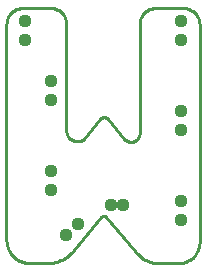
<source format=gbs>
G75*
%MOIN*%
%OFA0B0*%
%FSLAX24Y24*%
%IPPOS*%
%LPD*%
%AMOC8*
5,1,8,0,0,1.08239X$1,22.5*
%
%ADD10C,0.0100*%
%ADD11C,0.0437*%
D10*
X002517Y003317D02*
X002517Y010475D01*
X002519Y010520D01*
X002524Y010564D01*
X002534Y010608D01*
X002546Y010651D01*
X002563Y010692D01*
X002582Y010732D01*
X002605Y010771D01*
X002631Y010807D01*
X002660Y010841D01*
X002692Y010873D01*
X002726Y010902D01*
X002762Y010928D01*
X002801Y010951D01*
X002841Y010970D01*
X002882Y010987D01*
X002925Y010999D01*
X002969Y011009D01*
X003013Y011014D01*
X003058Y011016D01*
X003058Y011017D02*
X003997Y011017D01*
X004043Y011013D01*
X004088Y011004D01*
X004132Y010993D01*
X004175Y010977D01*
X004216Y010958D01*
X004256Y010936D01*
X004294Y010910D01*
X004329Y010882D01*
X004362Y010850D01*
X004393Y010816D01*
X004420Y010780D01*
X004444Y010741D01*
X004466Y010701D01*
X004483Y010659D01*
X004497Y010615D01*
X004508Y010571D01*
X004515Y010526D01*
X004518Y010480D01*
X004517Y010435D01*
X004517Y006954D01*
X004516Y006954D02*
X004515Y006918D01*
X004517Y006882D01*
X004523Y006847D01*
X004533Y006812D01*
X004546Y006779D01*
X004562Y006747D01*
X004582Y006717D01*
X004605Y006689D01*
X004630Y006663D01*
X004658Y006641D01*
X004688Y006621D01*
X004719Y006604D01*
X004753Y006591D01*
X004787Y006581D01*
X004823Y006575D01*
X004859Y006572D01*
X004895Y006573D01*
X004930Y006578D01*
X004965Y006586D01*
X004999Y006598D01*
X005032Y006614D01*
X005062Y006632D01*
X005091Y006654D01*
X005634Y007322D01*
X005654Y007340D01*
X005677Y007354D01*
X005701Y007365D01*
X005727Y007373D01*
X005754Y007377D01*
X005780Y007377D01*
X005807Y007373D01*
X005833Y007365D01*
X005857Y007354D01*
X005880Y007340D01*
X005900Y007322D01*
X005899Y007322D02*
X006452Y006644D01*
X006475Y006621D01*
X006500Y006601D01*
X006528Y006584D01*
X006557Y006571D01*
X006588Y006560D01*
X006620Y006554D01*
X006652Y006550D01*
X006684Y006551D01*
X006717Y006555D01*
X006748Y006562D01*
X006779Y006573D01*
X006808Y006588D01*
X006835Y006605D01*
X006860Y006626D01*
X006883Y006649D01*
X006903Y006674D01*
X006920Y006702D01*
X006933Y006731D01*
X006944Y006762D01*
X006950Y006794D01*
X006954Y006826D01*
X006954Y010488D01*
X006955Y010488D02*
X006957Y010532D01*
X006962Y010575D01*
X006971Y010618D01*
X006984Y010659D01*
X006999Y010700D01*
X007019Y010739D01*
X007041Y010777D01*
X007066Y010812D01*
X007095Y010846D01*
X007125Y010876D01*
X007159Y010905D01*
X007194Y010930D01*
X007232Y010952D01*
X007271Y010972D01*
X007312Y010987D01*
X007353Y011000D01*
X007396Y011009D01*
X007439Y011014D01*
X007483Y011016D01*
X007483Y011017D02*
X008426Y011017D01*
X008426Y011016D02*
X008472Y011012D01*
X008518Y011003D01*
X008563Y010991D01*
X008606Y010976D01*
X008648Y010956D01*
X008689Y010934D01*
X008727Y010908D01*
X008763Y010879D01*
X008797Y010847D01*
X008828Y010813D01*
X008855Y010776D01*
X008880Y010737D01*
X008902Y010696D01*
X008920Y010653D01*
X008934Y010609D01*
X008945Y010564D01*
X008952Y010518D01*
X008955Y010472D01*
X008954Y010426D01*
X008954Y003290D01*
X008306Y002517D02*
X007469Y002517D01*
X006811Y002910D02*
X005847Y004061D01*
X005848Y004062D02*
X005838Y004069D01*
X005827Y004075D01*
X005815Y004079D01*
X005803Y004080D01*
X005678Y004053D02*
X004762Y002950D01*
X004008Y002517D02*
X003255Y002517D01*
X003200Y002521D01*
X003146Y002529D01*
X003092Y002541D01*
X003039Y002557D01*
X002988Y002576D01*
X002938Y002599D01*
X002890Y002626D01*
X002844Y002656D01*
X002800Y002689D01*
X002759Y002725D01*
X002720Y002764D01*
X002684Y002806D01*
X002651Y002850D01*
X002622Y002896D01*
X002596Y002945D01*
X002573Y002995D01*
X002554Y003046D01*
X002539Y003099D01*
X002528Y003153D01*
X002520Y003207D01*
X002516Y003262D01*
X002517Y003317D01*
X004008Y002516D02*
X004071Y002526D01*
X004133Y002540D01*
X004194Y002557D01*
X004255Y002577D01*
X004314Y002601D01*
X004372Y002628D01*
X004428Y002658D01*
X004482Y002691D01*
X004535Y002727D01*
X004585Y002767D01*
X004633Y002809D01*
X004679Y002853D01*
X004722Y002900D01*
X004762Y002950D01*
X005678Y004053D02*
X005697Y004064D01*
X005717Y004073D01*
X005738Y004079D01*
X005760Y004082D01*
X005782Y004082D01*
X005803Y004079D01*
X006811Y002910D02*
X006848Y002862D01*
X006889Y002817D01*
X006932Y002775D01*
X006977Y002735D01*
X007025Y002698D01*
X007075Y002664D01*
X007127Y002633D01*
X007180Y002605D01*
X007236Y002580D01*
X007292Y002559D01*
X007350Y002541D01*
X007409Y002527D01*
X007468Y002517D01*
X008306Y002517D02*
X008357Y002523D01*
X008407Y002533D01*
X008456Y002546D01*
X008504Y002563D01*
X008551Y002583D01*
X008596Y002607D01*
X008639Y002634D01*
X008681Y002663D01*
X008720Y002696D01*
X008756Y002731D01*
X008790Y002769D01*
X008822Y002809D01*
X008850Y002851D01*
X008875Y002896D01*
X008897Y002941D01*
X008916Y002989D01*
X008931Y003037D01*
X008943Y003087D01*
X008951Y003137D01*
X008956Y003188D01*
X008957Y003239D01*
X008954Y003289D01*
D11*
X008329Y003954D03*
X008329Y004579D03*
X006392Y004454D03*
X006017Y004454D03*
X004892Y003829D03*
X004517Y003454D03*
X004017Y004954D03*
X004017Y005579D03*
X004017Y007954D03*
X004017Y008579D03*
X003142Y009954D03*
X003142Y010579D03*
X008329Y010579D03*
X008329Y009954D03*
X008329Y007579D03*
X008329Y006954D03*
M02*

</source>
